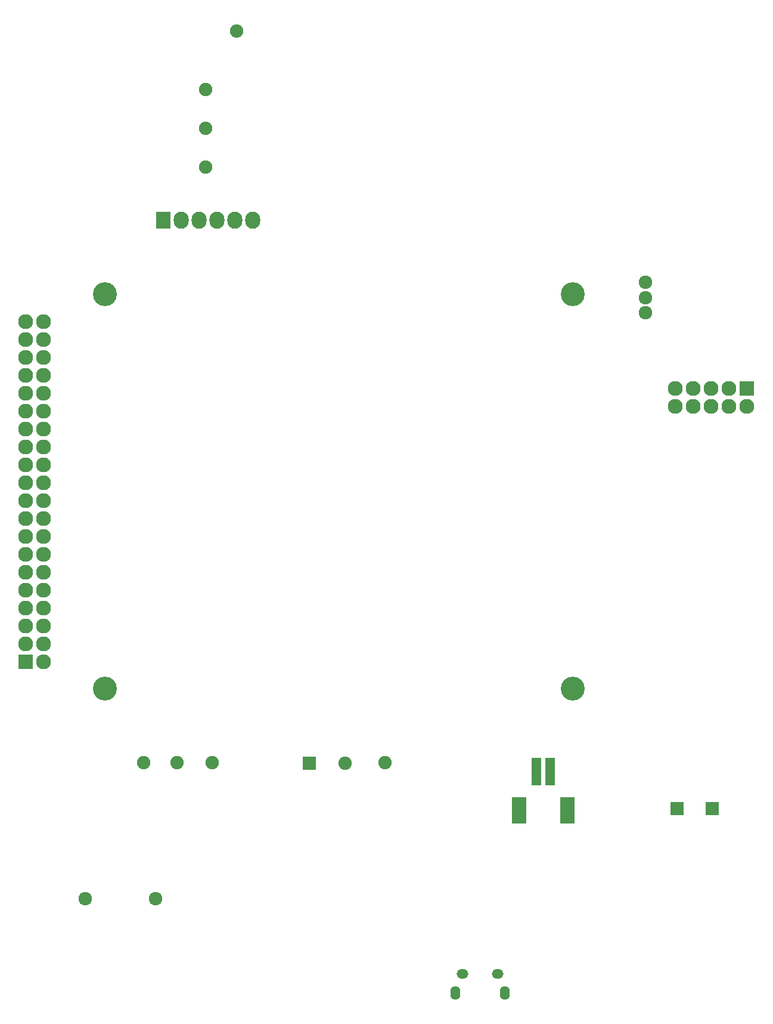
<source format=gbs>
G04 #@! TF.GenerationSoftware,KiCad,Pcbnew,(2016-12-18 revision 3ffa37c)-master*
G04 #@! TF.CreationDate,2016-12-20T15:26:01-08:00*
G04 #@! TF.ProjectId,badge-routed,62616467652D726F757465642E6B6963,rev?*
G04 #@! TF.FileFunction,Soldermask,Bot*
G04 #@! TF.FilePolarity,Negative*
%FSLAX46Y46*%
G04 Gerber Fmt 4.6, Leading zero omitted, Abs format (unit mm)*
G04 Created by KiCad (PCBNEW (2016-12-18 revision 3ffa37c)-master) date Tuesday, December 20, 2016 'PMt' 03:26:01 PM*
%MOMM*%
%LPD*%
G01*
G04 APERTURE LIST*
%ADD10C,0.150000*%
%ADD11C,3.400000*%
%ADD12O,2.127200X2.127200*%
%ADD13R,2.127200X2.127200*%
%ADD14R,1.900000X1.900000*%
%ADD15O,1.400000X1.950000*%
%ADD16O,1.650000X1.350000*%
%ADD17C,1.900000*%
%ADD18R,2.127200X2.432000*%
%ADD19O,2.127200X2.432000*%
%ADD20C,1.924000*%
%ADD21R,1.400000X3.900000*%
%ADD22R,2.000000X3.800000*%
G04 APERTURE END LIST*
D10*
D11*
X63700000Y-129000000D03*
X130200000Y-129000000D03*
X130200000Y-73000000D03*
X63700000Y-73000000D03*
D12*
X55040000Y-76940000D03*
X52500000Y-76940000D03*
X55040000Y-79480000D03*
X52500000Y-79480000D03*
X55040000Y-82020000D03*
X52500000Y-82020000D03*
X55040000Y-84560000D03*
X52500000Y-84560000D03*
X55040000Y-87100000D03*
X52500000Y-87100000D03*
X55040000Y-89640000D03*
X52500000Y-89640000D03*
X55040000Y-92180000D03*
X52500000Y-92180000D03*
X55040000Y-94720000D03*
X52500000Y-94720000D03*
X55040000Y-97260000D03*
X52500000Y-97260000D03*
X55040000Y-99800000D03*
X52500000Y-99800000D03*
X55040000Y-102340000D03*
X52500000Y-102340000D03*
X55040000Y-104880000D03*
X52500000Y-104880000D03*
X55040000Y-107420000D03*
X52500000Y-107420000D03*
X55040000Y-109960000D03*
X52500000Y-109960000D03*
X55040000Y-112500000D03*
X52500000Y-112500000D03*
X55040000Y-115040000D03*
X52500000Y-115040000D03*
X55040000Y-117580000D03*
X52500000Y-117580000D03*
X55040000Y-120120000D03*
X52500000Y-120120000D03*
X55040000Y-122660000D03*
X52500000Y-122660000D03*
X55040000Y-125200000D03*
D13*
X52500000Y-125200000D03*
D14*
X150000000Y-146000000D03*
X145000000Y-146000000D03*
X92790000Y-139590000D03*
D15*
X120499100Y-172137460D03*
X113499100Y-172137460D03*
D16*
X119499100Y-169437460D03*
X114499100Y-169437460D03*
D17*
X79000000Y-139500000D03*
X78000000Y-55000000D03*
X78000000Y-44000000D03*
X78000000Y-49500000D03*
X82400000Y-35700000D03*
X103500000Y-139500000D03*
X97870000Y-139590000D03*
X74000000Y-139500000D03*
X69210000Y-139470000D03*
D18*
X72000000Y-62500000D03*
D19*
X74540000Y-62500000D03*
X77080000Y-62500000D03*
X79620000Y-62500000D03*
X82160000Y-62500000D03*
X84700000Y-62500000D03*
D20*
X140500000Y-75650000D03*
X140500000Y-73500000D03*
X140500000Y-71350000D03*
X60960000Y-158750000D03*
X70960000Y-158750000D03*
D13*
X154940000Y-86360000D03*
D12*
X154940000Y-88900000D03*
X152400000Y-86360000D03*
X152400000Y-88900000D03*
X149860000Y-86360000D03*
X149860000Y-88900000D03*
X147320000Y-86360000D03*
X147320000Y-88900000D03*
X144780000Y-86360000D03*
X144780000Y-88900000D03*
D21*
X127000000Y-140725000D03*
X125000000Y-140725000D03*
D22*
X129400000Y-146275000D03*
X122600000Y-146275000D03*
M02*

</source>
